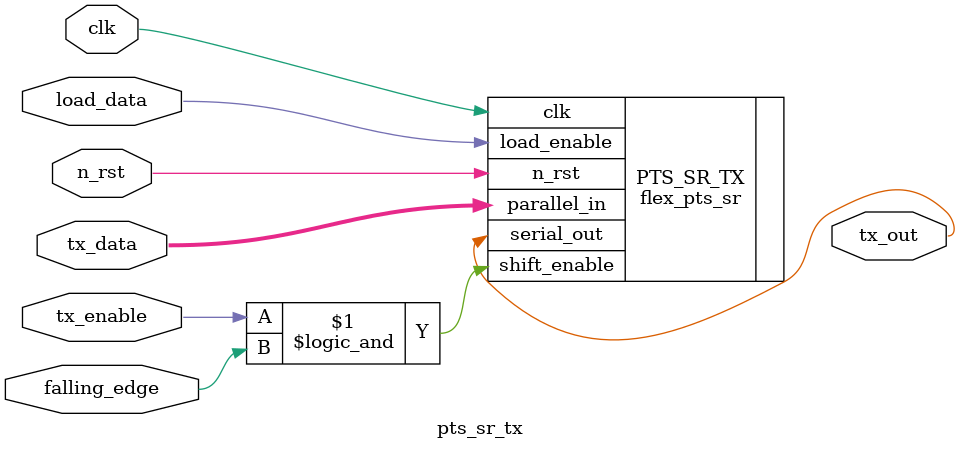
<source format=sv>

module pts_sr_tx
(
	input wire clk,
	input wire n_rst,
	input wire falling_edge,
	input wire tx_enable,
	input wire load_data,
	input wire [7:0] tx_data,
	output reg tx_out
);

	flex_pts_sr #(8,1) PTS_SR_TX
	(
		.clk(clk),
		.n_rst(n_rst),
		.shift_enable(tx_enable && falling_edge),
		.load_enable(load_data),
		.parallel_in(tx_data),
		.serial_out(tx_out)
	);
endmodule 

</source>
